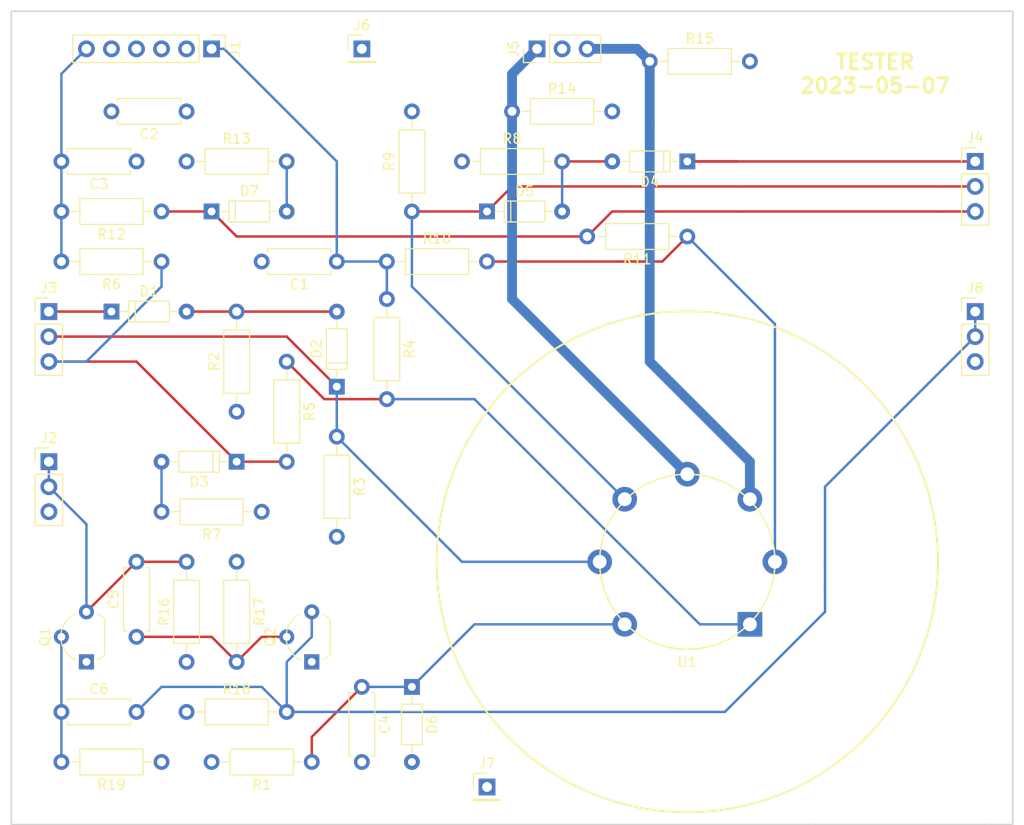
<source format=kicad_pcb>
(kicad_pcb (version 4) (host pcbnew 4.0.6)
  (layers (0 F.Cu signal) (1 In1.Cu power hide) (2 In2.Cu power hide) (31 B.Cu signal) (34 B.Paste user) (35 F.Paste user) (36 B.SilkS user) (37 F.SilkS user) (38 B.Mask user) (39 F.Mask user) (44 Edge.Cuts user))
  (net 0 "")
  (net 1 /+5V)
  (net 2 GND)
  (net 3 /+3V)
  (net 4 "Net-(D1-Pad1)")
  (net 5 "Net-(D1-Pad2)")
  (net 6 "Net-(D3-Pad1)")
  (net 7 "Net-(D3-Pad2)")
  (net 8 "Net-(R4-Pad2)")
  (net 9 "Net-(R10-Pad2)")
  (net 10 /+120V)
  (net 11 /-96V)
  (net 12 "Net-(D2-Pad1)")
  (net 13 "Net-(D4-Pad1)")
  (net 14 "Net-(D4-Pad2)")
  (net 15 "Net-(D5-Pad1)")
  (net 16 "Net-(D7-Pad1)")
  (net 17 "Net-(D7-Pad2)")
  (net 18 "Net-(J6-Pad1)")
  (net 19 /VF1)
  (net 20 /VF2)
  (net 21 "Net-(C5-Pad1)")
  (net 22 "Net-(C5-Pad2)")
  (net 23 "Net-(C6-Pad1)")
  (net 24 "Net-(C6-Pad2)")
  (module footlibrary:C_Axial_0.1uF (layer F.Cu) (at 33.02 25.4 180)
    (fp_text reference C1 (at 3.81 -2.31 180) (layer F.SilkS))
    (fp_text value 0.1u)
    (fp_line (start 0.6 -0.98) (end 0.6 -1.31) (layer F.SilkS) (width 0.12))
    (fp_line (start 0.6 -1.31) (end 7.02 -1.31) (layer F.SilkS) (width 0.12))
    (fp_line (start 7.02 -1.31) (end 7.02 -0.98) (layer F.SilkS) (width 0.12))
    (fp_line (start 0.6 0.98) (end 0.6 1.31) (layer F.SilkS) (width 0.12))
    (fp_line (start 0.6 1.31) (end 7.02 1.31) (layer F.SilkS) (width 0.12))
    (fp_line (start 7.02 1.31) (end 7.02 0.98) (layer F.SilkS) (width 0.12))
    (pad 1 thru_hole circle (at 0 0 180) (size 1.6 1.6) (drill 0.9) (layers *.Cu *.Mask) (net 10 /+120V))
    (pad 2 thru_hole oval (at 7.62 0 180) (size 1.6 1.6) (drill 0.9) (layers *.Cu *.Mask) (net 2 GND))
  )
  (module footlibrary:C_Axial_0.1uF (layer F.Cu) (at 17.78 10.16 180)
    (fp_text reference C2 (at 3.81 -2.31 180) (layer F.SilkS))
    (fp_text value 0.1u)
    (fp_line (start 0.6 -0.98) (end 0.6 -1.31) (layer F.SilkS) (width 0.12))
    (fp_line (start 0.6 -1.31) (end 7.02 -1.31) (layer F.SilkS) (width 0.12))
    (fp_line (start 7.02 -1.31) (end 7.02 -0.98) (layer F.SilkS) (width 0.12))
    (fp_line (start 0.6 0.98) (end 0.6 1.31) (layer F.SilkS) (width 0.12))
    (fp_line (start 0.6 1.31) (end 7.02 1.31) (layer F.SilkS) (width 0.12))
    (fp_line (start 7.02 1.31) (end 7.02 0.98) (layer F.SilkS) (width 0.12))
    (pad 1 thru_hole circle (at 0 0 180) (size 1.6 1.6) (drill 0.9) (layers *.Cu *.Mask) (net 1 /+5V))
    (pad 2 thru_hole oval (at 7.62 0 180) (size 1.6 1.6) (drill 0.9) (layers *.Cu *.Mask) (net 2 GND))
  )
  (module footlibrary:C_Axial_0.1uF (layer F.Cu) (at 12.7 15.24 180)
    (fp_text reference C3 (at 3.81 -2.31 180) (layer F.SilkS))
    (fp_text value 0.1u)
    (fp_line (start 0.6 -0.98) (end 0.6 -1.31) (layer F.SilkS) (width 0.12))
    (fp_line (start 0.6 -1.31) (end 7.02 -1.31) (layer F.SilkS) (width 0.12))
    (fp_line (start 7.02 -1.31) (end 7.02 -0.98) (layer F.SilkS) (width 0.12))
    (fp_line (start 0.6 0.98) (end 0.6 1.31) (layer F.SilkS) (width 0.12))
    (fp_line (start 0.6 1.31) (end 7.02 1.31) (layer F.SilkS) (width 0.12))
    (fp_line (start 7.02 1.31) (end 7.02 0.98) (layer F.SilkS) (width 0.12))
    (pad 1 thru_hole circle (at 0 0 180) (size 1.6 1.6) (drill 0.9) (layers *.Cu *.Mask) (net 2 GND))
    (pad 2 thru_hole oval (at 7.62 0 180) (size 1.6 1.6) (drill 0.9) (layers *.Cu *.Mask) (net 11 /-96V))
  )
  (module footlibrary:C_Axial_0.1uF (layer F.Cu) (at 35.56 68.58 270)
    (fp_text reference C4 (at 3.81 -2.31 270) (layer F.SilkS))
    (fp_text value 0.1u)
    (fp_line (start 0.6 -0.98) (end 0.6 -1.31) (layer F.SilkS) (width 0.12))
    (fp_line (start 0.6 -1.31) (end 7.02 -1.31) (layer F.SilkS) (width 0.12))
    (fp_line (start 7.02 -1.31) (end 7.02 -0.98) (layer F.SilkS) (width 0.12))
    (fp_line (start 0.6 0.98) (end 0.6 1.31) (layer F.SilkS) (width 0.12))
    (fp_line (start 0.6 1.31) (end 7.02 1.31) (layer F.SilkS) (width 0.12))
    (fp_line (start 7.02 1.31) (end 7.02 0.98) (layer F.SilkS) (width 0.12))
    (pad 1 thru_hole circle (at 0 0 270) (size 1.6 1.6) (drill 0.9) (layers *.Cu *.Mask) (net 3 /+3V))
    (pad 2 thru_hole oval (at 7.62 0 270) (size 1.6 1.6) (drill 0.9) (layers *.Cu *.Mask) (net 2 GND))
  )
  (module Diodes_THT:D_DO-35_SOD27_P7.62mm_Horizontal (layer F.Cu) (at 10.16 30.48)
    (fp_text reference D1 (at 3.81 -2.06) (layer F.SilkS))
    (fp_text value 1N4148)
    (fp_line (start 1.75 -1.06) (end 1.75 1.06) (layer F.SilkS) (width 0.12))
    (fp_line (start 1.75 1.06) (end 5.87 1.06) (layer F.SilkS) (width 0.12))
    (fp_line (start 5.87 1.06) (end 5.87 -1.06) (layer F.SilkS) (width 0.12))
    (fp_line (start 5.87 -1.06) (end 1.75 -1.06) (layer F.SilkS) (width 0.12))
    (fp_line (start 0.98 0) (end 1.75 0) (layer F.SilkS) (width 0.12))
    (fp_line (start 6.64 0) (end 5.87 0) (layer F.SilkS) (width 0.12))
    (fp_line (start 2.41 -1.06) (end 2.41 1.06) (layer F.SilkS) (width 0.12))
    (pad 1 thru_hole rect (at 0 0) (size 1.6 1.6) (drill 0.8) (layers *.Cu *.Mask) (net 4 "Net-(D1-Pad1)"))
    (pad 2 thru_hole oval (at 7.62 0) (size 1.6 1.6) (drill 0.8) (layers *.Cu *.Mask) (net 5 "Net-(D1-Pad2)"))
  )
  (module Diodes_THT:D_DO-35_SOD27_P7.62mm_Horizontal (layer F.Cu) (at 33.02 38.1 90)
    (fp_text reference D2 (at 3.81 -2.06 90) (layer F.SilkS))
    (fp_text value 1N4148)
    (fp_line (start 1.75 -1.06) (end 1.75 1.06) (layer F.SilkS) (width 0.12))
    (fp_line (start 1.75 1.06) (end 5.87 1.06) (layer F.SilkS) (width 0.12))
    (fp_line (start 5.87 1.06) (end 5.87 -1.06) (layer F.SilkS) (width 0.12))
    (fp_line (start 5.87 -1.06) (end 1.75 -1.06) (layer F.SilkS) (width 0.12))
    (fp_line (start 0.98 0) (end 1.75 0) (layer F.SilkS) (width 0.12))
    (fp_line (start 6.64 0) (end 5.87 0) (layer F.SilkS) (width 0.12))
    (fp_line (start 2.41 -1.06) (end 2.41 1.06) (layer F.SilkS) (width 0.12))
    (pad 1 thru_hole rect (at 0 0 90) (size 1.6 1.6) (drill 0.8) (layers *.Cu *.Mask) (net 12 "Net-(D2-Pad1)"))
    (pad 2 thru_hole oval (at 7.62 0 90) (size 1.6 1.6) (drill 0.8) (layers *.Cu *.Mask) (net 5 "Net-(D1-Pad2)"))
  )
  (module Diodes_THT:D_DO-35_SOD27_P7.62mm_Horizontal (layer F.Cu) (at 22.86 45.72 180)
    (fp_text reference D3 (at 3.81 -2.06 180) (layer F.SilkS))
    (fp_text value 1N4148)
    (fp_line (start 1.75 -1.06) (end 1.75 1.06) (layer F.SilkS) (width 0.12))
    (fp_line (start 1.75 1.06) (end 5.87 1.06) (layer F.SilkS) (width 0.12))
    (fp_line (start 5.87 1.06) (end 5.87 -1.06) (layer F.SilkS) (width 0.12))
    (fp_line (start 5.87 -1.06) (end 1.75 -1.06) (layer F.SilkS) (width 0.12))
    (fp_line (start 0.98 0) (end 1.75 0) (layer F.SilkS) (width 0.12))
    (fp_line (start 6.64 0) (end 5.87 0) (layer F.SilkS) (width 0.12))
    (fp_line (start 2.41 -1.06) (end 2.41 1.06) (layer F.SilkS) (width 0.12))
    (pad 1 thru_hole rect (at 0 0 180) (size 1.6 1.6) (drill 0.8) (layers *.Cu *.Mask) (net 6 "Net-(D3-Pad1)"))
    (pad 2 thru_hole oval (at 7.62 0 180) (size 1.6 1.6) (drill 0.8) (layers *.Cu *.Mask) (net 7 "Net-(D3-Pad2)"))
  )
  (module Pin_Headers:Pin_Header_Straight_1x03_Pitch2.54mm (layer F.Cu) (at 3.81 30.48)
    (fp_text reference J3 (at 0 -2.39) (layer F.SilkS))
    (fp_text value CONN_01X03)
    (fp_line (start -1.39 1.27) (end -1.39 6.47) (layer F.SilkS) (width 0.12))
    (fp_line (start -1.39 6.47) (end 1.39 6.47) (layer F.SilkS) (width 0.12))
    (fp_line (start 1.39 6.47) (end 1.39 1.27) (layer F.SilkS) (width 0.12))
    (fp_line (start 1.39 1.27) (end -1.39 1.27) (layer F.SilkS) (width 0.12))
    (fp_line (start -1.39 0) (end -1.39 -1.39) (layer F.SilkS) (width 0.12))
    (fp_line (start -1.39 -1.39) (end 0 -1.39) (layer F.SilkS) (width 0.12))
    (pad 1 thru_hole rect (at 0 0) (size 1.7 1.7) (drill 1) (layers *.Cu *.Mask) (net 4 "Net-(D1-Pad1)"))
    (pad 2 thru_hole oval (at 0 2.54) (size 1.7 1.7) (drill 1) (layers *.Cu *.Mask) (net 12 "Net-(D2-Pad1)"))
    (pad 3 thru_hole oval (at 0 5.08) (size 1.7 1.7) (drill 1) (layers *.Cu *.Mask) (net 6 "Net-(D3-Pad1)"))
  )
  (module Pin_Headers:Pin_Header_Straight_1x03_Pitch2.54mm (layer F.Cu) (at 97.79 15.24)
    (fp_text reference J4 (at 0 -2.39) (layer F.SilkS))
    (fp_text value CONN_01X03)
    (fp_line (start -1.39 1.27) (end -1.39 6.47) (layer F.SilkS) (width 0.12))
    (fp_line (start -1.39 6.47) (end 1.39 6.47) (layer F.SilkS) (width 0.12))
    (fp_line (start 1.39 6.47) (end 1.39 1.27) (layer F.SilkS) (width 0.12))
    (fp_line (start 1.39 1.27) (end -1.39 1.27) (layer F.SilkS) (width 0.12))
    (fp_line (start -1.39 0) (end -1.39 -1.39) (layer F.SilkS) (width 0.12))
    (fp_line (start -1.39 -1.39) (end 0 -1.39) (layer F.SilkS) (width 0.12))
    (pad 1 thru_hole rect (at 0 0) (size 1.7 1.7) (drill 1) (layers *.Cu *.Mask) (net 13 "Net-(D4-Pad1)"))
    (pad 2 thru_hole oval (at 0 2.54) (size 1.7 1.7) (drill 1) (layers *.Cu *.Mask) (net 15 "Net-(D5-Pad1)"))
    (pad 3 thru_hole oval (at 0 5.08) (size 1.7 1.7) (drill 1) (layers *.Cu *.Mask) (net 16 "Net-(D7-Pad1)"))
  )
  (module Pin_Headers:Pin_Header_Straight_1x03_Pitch2.54mm (layer F.Cu) (at 53.34 3.81 90)
    (fp_text reference J5 (at 0 -2.39 90) (layer F.SilkS))
    (fp_text value CONN_01X03)
    (fp_line (start -1.39 1.27) (end -1.39 6.47) (layer F.SilkS) (width 0.12))
    (fp_line (start -1.39 6.47) (end 1.39 6.47) (layer F.SilkS) (width 0.12))
    (fp_line (start 1.39 6.47) (end 1.39 1.27) (layer F.SilkS) (width 0.12))
    (fp_line (start 1.39 1.27) (end -1.39 1.27) (layer F.SilkS) (width 0.12))
    (fp_line (start -1.39 0) (end -1.39 -1.39) (layer F.SilkS) (width 0.12))
    (fp_line (start -1.39 -1.39) (end 0 -1.39) (layer F.SilkS) (width 0.12))
    (pad 1 thru_hole rect (at 0 0 90) (size 1.7 1.7) (drill 1) (layers *.Cu *.Mask) (net 19 /VF1))
    (pad 2 thru_hole oval (at 0 2.54 90) (size 1.7 1.7) (drill 1) (layers *.Cu *.Mask) (net 2 GND))
    (pad 3 thru_hole oval (at 0 5.08 90) (size 1.7 1.7) (drill 1) (layers *.Cu *.Mask) (net 20 /VF2))
  )
  (module Pin_Headers:Pin_Header_Straight_1x01_Pitch2.54mm (layer F.Cu) (at 35.56 3.81)
    (fp_text reference J6 (at 0 -2.39) (layer F.SilkS))
    (fp_text value CONN_01X01)
    (fp_line (start -1.39 1.27) (end -1.39 1.39) (layer F.SilkS) (width 0.12))
    (fp_line (start -1.39 1.39) (end 1.39 1.39) (layer F.SilkS) (width 0.12))
    (fp_line (start 1.39 1.39) (end 1.39 1.27) (layer F.SilkS) (width 0.12))
    (fp_line (start 1.39 1.27) (end -1.39 1.27) (layer F.SilkS) (width 0.12))
    (fp_line (start -1.39 0) (end -1.39 -1.39) (layer F.SilkS) (width 0.12))
    (fp_line (start -1.39 -1.39) (end 0 -1.39) (layer F.SilkS) (width 0.12))
    (pad 1 thru_hole rect (at 0 0) (size 1.7 1.7) (drill 1) (layers *.Cu *.Mask) (net 18 "Net-(J6-Pad1)"))
  )
  (module Pin_Headers:Pin_Header_Straight_1x01_Pitch2.54mm (layer F.Cu) (at 48.26 78.74)
    (fp_text reference J7 (at 0 -2.39) (layer F.SilkS))
    (fp_text value CONN_01X01)
    (fp_line (start -1.39 1.27) (end -1.39 1.39) (layer F.SilkS) (width 0.12))
    (fp_line (start -1.39 1.39) (end 1.39 1.39) (layer F.SilkS) (width 0.12))
    (fp_line (start 1.39 1.39) (end 1.39 1.27) (layer F.SilkS) (width 0.12))
    (fp_line (start 1.39 1.27) (end -1.39 1.27) (layer F.SilkS) (width 0.12))
    (fp_line (start -1.39 0) (end -1.39 -1.39) (layer F.SilkS) (width 0.12))
    (fp_line (start -1.39 -1.39) (end 0 -1.39) (layer F.SilkS) (width 0.12))
    (pad 1 thru_hole rect (at 0 0) (size 1.7 1.7) (drill 1) (layers *.Cu *.Mask) (net 2 GND))
  )
  (module footlibrary:R_Axial_QtrWatt (layer F.Cu) (at 30.48 76.2 180)
    (fp_text reference R1 (at 5.08 -2.31 180) (layer F.SilkS))
    (fp_text value 220)
    (fp_line (start 1.87 -1.31) (end 1.87 1.31) (layer F.SilkS) (width 0.12))
    (fp_line (start 1.87 1.31) (end 8.29 1.31) (layer F.SilkS) (width 0.12))
    (fp_line (start 8.29 1.31) (end 8.29 -1.31) (layer F.SilkS) (width 0.12))
    (fp_line (start 8.29 -1.31) (end 1.87 -1.31) (layer F.SilkS) (width 0.12))
    (fp_line (start 0.98 0) (end 1.87 0) (layer F.SilkS) (width 0.12))
    (fp_line (start 9.18 0) (end 8.29 0) (layer F.SilkS) (width 0.12))
    (pad 1 thru_hole circle (at 0 0 180) (size 1.6 1.6) (drill 0.9) (layers *.Cu *.Mask) (net 3 /+3V))
    (pad 2 thru_hole oval (at 10.16 0 180) (size 1.6 1.6) (drill 0.9) (layers *.Cu *.Mask) (net 1 /+5V))
  )
  (module footlibrary:R_Axial_QtrWatt (layer F.Cu) (at 22.86 40.64 90)
    (fp_text reference R2 (at 5.08 -2.31 90) (layer F.SilkS))
    (fp_text value 47K)
    (fp_line (start 1.87 -1.31) (end 1.87 1.31) (layer F.SilkS) (width 0.12))
    (fp_line (start 1.87 1.31) (end 8.29 1.31) (layer F.SilkS) (width 0.12))
    (fp_line (start 8.29 1.31) (end 8.29 -1.31) (layer F.SilkS) (width 0.12))
    (fp_line (start 8.29 -1.31) (end 1.87 -1.31) (layer F.SilkS) (width 0.12))
    (fp_line (start 0.98 0) (end 1.87 0) (layer F.SilkS) (width 0.12))
    (fp_line (start 9.18 0) (end 8.29 0) (layer F.SilkS) (width 0.12))
    (pad 1 thru_hole circle (at 0 0 90) (size 1.6 1.6) (drill 0.9) (layers *.Cu *.Mask) (net 1 /+5V))
    (pad 2 thru_hole oval (at 10.16 0 90) (size 1.6 1.6) (drill 0.9) (layers *.Cu *.Mask) (net 5 "Net-(D1-Pad2)"))
  )
  (module footlibrary:R_Axial_QtrWatt (layer F.Cu) (at 33.02 43.18 270)
    (fp_text reference R3 (at 5.08 -2.31 270) (layer F.SilkS))
    (fp_text value 150K)
    (fp_line (start 1.87 -1.31) (end 1.87 1.31) (layer F.SilkS) (width 0.12))
    (fp_line (start 1.87 1.31) (end 8.29 1.31) (layer F.SilkS) (width 0.12))
    (fp_line (start 8.29 1.31) (end 8.29 -1.31) (layer F.SilkS) (width 0.12))
    (fp_line (start 8.29 -1.31) (end 1.87 -1.31) (layer F.SilkS) (width 0.12))
    (fp_line (start 0.98 0) (end 1.87 0) (layer F.SilkS) (width 0.12))
    (fp_line (start 9.18 0) (end 8.29 0) (layer F.SilkS) (width 0.12))
    (pad 1 thru_hole circle (at 0 0 270) (size 1.6 1.6) (drill 0.9) (layers *.Cu *.Mask) (net 12 "Net-(D2-Pad1)"))
    (pad 2 thru_hole oval (at 10.16 0 270) (size 1.6 1.6) (drill 0.9) (layers *.Cu *.Mask) (net 2 GND))
  )
  (module footlibrary:R_Axial_QtrWatt (layer F.Cu) (at 38.1 29.21 270)
    (fp_text reference R4 (at 5.08 -2.31 270) (layer F.SilkS))
    (fp_text value 26.7K)
    (fp_line (start 1.87 -1.31) (end 1.87 1.31) (layer F.SilkS) (width 0.12))
    (fp_line (start 1.87 1.31) (end 8.29 1.31) (layer F.SilkS) (width 0.12))
    (fp_line (start 8.29 1.31) (end 8.29 -1.31) (layer F.SilkS) (width 0.12))
    (fp_line (start 8.29 -1.31) (end 1.87 -1.31) (layer F.SilkS) (width 0.12))
    (fp_line (start 0.98 0) (end 1.87 0) (layer F.SilkS) (width 0.12))
    (fp_line (start 9.18 0) (end 8.29 0) (layer F.SilkS) (width 0.12))
    (pad 1 thru_hole circle (at 0 0 270) (size 1.6 1.6) (drill 0.9) (layers *.Cu *.Mask) (net 10 /+120V))
    (pad 2 thru_hole oval (at 10.16 0 270) (size 1.6 1.6) (drill 0.9) (layers *.Cu *.Mask) (net 8 "Net-(R4-Pad2)"))
  )
  (module footlibrary:R_Axial_QtrWatt (layer F.Cu) (at 27.94 35.56 270)
    (fp_text reference R5 (at 5.08 -2.31 270) (layer F.SilkS))
    (fp_text value 26.7K)
    (fp_line (start 1.87 -1.31) (end 1.87 1.31) (layer F.SilkS) (width 0.12))
    (fp_line (start 1.87 1.31) (end 8.29 1.31) (layer F.SilkS) (width 0.12))
    (fp_line (start 8.29 1.31) (end 8.29 -1.31) (layer F.SilkS) (width 0.12))
    (fp_line (start 8.29 -1.31) (end 1.87 -1.31) (layer F.SilkS) (width 0.12))
    (fp_line (start 0.98 0) (end 1.87 0) (layer F.SilkS) (width 0.12))
    (fp_line (start 9.18 0) (end 8.29 0) (layer F.SilkS) (width 0.12))
    (pad 1 thru_hole circle (at 0 0 270) (size 1.6 1.6) (drill 0.9) (layers *.Cu *.Mask) (net 8 "Net-(R4-Pad2)"))
    (pad 2 thru_hole oval (at 10.16 0 270) (size 1.6 1.6) (drill 0.9) (layers *.Cu *.Mask) (net 6 "Net-(D3-Pad1)"))
  )
  (module footlibrary:R_Axial_QtrWatt (layer F.Cu) (at 15.24 25.4 180)
    (fp_text reference R6 (at 5.08 -2.31 180) (layer F.SilkS))
    (fp_text value 46.4K)
    (fp_line (start 1.87 -1.31) (end 1.87 1.31) (layer F.SilkS) (width 0.12))
    (fp_line (start 1.87 1.31) (end 8.29 1.31) (layer F.SilkS) (width 0.12))
    (fp_line (start 8.29 1.31) (end 8.29 -1.31) (layer F.SilkS) (width 0.12))
    (fp_line (start 8.29 -1.31) (end 1.87 -1.31) (layer F.SilkS) (width 0.12))
    (fp_line (start 0.98 0) (end 1.87 0) (layer F.SilkS) (width 0.12))
    (fp_line (start 9.18 0) (end 8.29 0) (layer F.SilkS) (width 0.12))
    (pad 1 thru_hole circle (at 0 0 180) (size 1.6 1.6) (drill 0.9) (layers *.Cu *.Mask) (net 6 "Net-(D3-Pad1)"))
    (pad 2 thru_hole oval (at 10.16 0 180) (size 1.6 1.6) (drill 0.9) (layers *.Cu *.Mask) (net 11 /-96V))
  )
  (module footlibrary:R_Axial_QtrWatt (layer F.Cu) (at 25.4 50.8 180)
    (fp_text reference R7 (at 5.08 -2.31 180) (layer F.SilkS))
    (fp_text value 4.7K)
    (fp_line (start 1.87 -1.31) (end 1.87 1.31) (layer F.SilkS) (width 0.12))
    (fp_line (start 1.87 1.31) (end 8.29 1.31) (layer F.SilkS) (width 0.12))
    (fp_line (start 8.29 1.31) (end 8.29 -1.31) (layer F.SilkS) (width 0.12))
    (fp_line (start 8.29 -1.31) (end 1.87 -1.31) (layer F.SilkS) (width 0.12))
    (fp_line (start 0.98 0) (end 1.87 0) (layer F.SilkS) (width 0.12))
    (fp_line (start 9.18 0) (end 8.29 0) (layer F.SilkS) (width 0.12))
    (pad 1 thru_hole circle (at 0 0 180) (size 1.6 1.6) (drill 0.9) (layers *.Cu *.Mask) (net 1 /+5V))
    (pad 2 thru_hole oval (at 10.16 0 180) (size 1.6 1.6) (drill 0.9) (layers *.Cu *.Mask) (net 7 "Net-(D3-Pad2)"))
  )
  (module footlibrary:R_Axial_QtrWatt (layer F.Cu) (at 45.72 15.24)
    (fp_text reference R8 (at 5.08 -2.31) (layer F.SilkS))
    (fp_text value 47K)
    (fp_line (start 1.87 -1.31) (end 1.87 1.31) (layer F.SilkS) (width 0.12))
    (fp_line (start 1.87 1.31) (end 8.29 1.31) (layer F.SilkS) (width 0.12))
    (fp_line (start 8.29 1.31) (end 8.29 -1.31) (layer F.SilkS) (width 0.12))
    (fp_line (start 8.29 -1.31) (end 1.87 -1.31) (layer F.SilkS) (width 0.12))
    (fp_line (start 0.98 0) (end 1.87 0) (layer F.SilkS) (width 0.12))
    (fp_line (start 9.18 0) (end 8.29 0) (layer F.SilkS) (width 0.12))
    (pad 1 thru_hole circle (at 0 0) (size 1.6 1.6) (drill 0.9) (layers *.Cu *.Mask) (net 1 /+5V))
    (pad 2 thru_hole oval (at 10.16 0) (size 1.6 1.6) (drill 0.9) (layers *.Cu *.Mask) (net 14 "Net-(D4-Pad2)"))
  )
  (module footlibrary:R_Axial_QtrWatt (layer F.Cu) (at 40.64 20.32 90)
    (fp_text reference R9 (at 5.08 -2.31 90) (layer F.SilkS))
    (fp_text value 150K)
    (fp_line (start 1.87 -1.31) (end 1.87 1.31) (layer F.SilkS) (width 0.12))
    (fp_line (start 1.87 1.31) (end 8.29 1.31) (layer F.SilkS) (width 0.12))
    (fp_line (start 8.29 1.31) (end 8.29 -1.31) (layer F.SilkS) (width 0.12))
    (fp_line (start 8.29 -1.31) (end 1.87 -1.31) (layer F.SilkS) (width 0.12))
    (fp_line (start 0.98 0) (end 1.87 0) (layer F.SilkS) (width 0.12))
    (fp_line (start 9.18 0) (end 8.29 0) (layer F.SilkS) (width 0.12))
    (pad 1 thru_hole circle (at 0 0 90) (size 1.6 1.6) (drill 0.9) (layers *.Cu *.Mask) (net 15 "Net-(D5-Pad1)"))
    (pad 2 thru_hole oval (at 10.16 0 90) (size 1.6 1.6) (drill 0.9) (layers *.Cu *.Mask) (net 2 GND))
  )
  (module footlibrary:R_Axial_QtrWatt (layer F.Cu) (at 38.1 25.4)
    (fp_text reference R10 (at 5.08 -2.31) (layer F.SilkS))
    (fp_text value 26.7K)
    (fp_line (start 1.87 -1.31) (end 1.87 1.31) (layer F.SilkS) (width 0.12))
    (fp_line (start 1.87 1.31) (end 8.29 1.31) (layer F.SilkS) (width 0.12))
    (fp_line (start 8.29 1.31) (end 8.29 -1.31) (layer F.SilkS) (width 0.12))
    (fp_line (start 8.29 -1.31) (end 1.87 -1.31) (layer F.SilkS) (width 0.12))
    (fp_line (start 0.98 0) (end 1.87 0) (layer F.SilkS) (width 0.12))
    (fp_line (start 9.18 0) (end 8.29 0) (layer F.SilkS) (width 0.12))
    (pad 1 thru_hole circle (at 0 0) (size 1.6 1.6) (drill 0.9) (layers *.Cu *.Mask) (net 10 /+120V))
    (pad 2 thru_hole oval (at 10.16 0) (size 1.6 1.6) (drill 0.9) (layers *.Cu *.Mask) (net 9 "Net-(R10-Pad2)"))
  )
  (module footlibrary:R_Axial_QtrWatt (layer F.Cu) (at 68.58 22.86 180)
    (fp_text reference R11 (at 5.08 -2.31 180) (layer F.SilkS))
    (fp_text value 26.7K)
    (fp_line (start 1.87 -1.31) (end 1.87 1.31) (layer F.SilkS) (width 0.12))
    (fp_line (start 1.87 1.31) (end 8.29 1.31) (layer F.SilkS) (width 0.12))
    (fp_line (start 8.29 1.31) (end 8.29 -1.31) (layer F.SilkS) (width 0.12))
    (fp_line (start 8.29 -1.31) (end 1.87 -1.31) (layer F.SilkS) (width 0.12))
    (fp_line (start 0.98 0) (end 1.87 0) (layer F.SilkS) (width 0.12))
    (fp_line (start 9.18 0) (end 8.29 0) (layer F.SilkS) (width 0.12))
    (pad 1 thru_hole circle (at 0 0 180) (size 1.6 1.6) (drill 0.9) (layers *.Cu *.Mask) (net 9 "Net-(R10-Pad2)"))
    (pad 2 thru_hole oval (at 10.16 0 180) (size 1.6 1.6) (drill 0.9) (layers *.Cu *.Mask) (net 16 "Net-(D7-Pad1)"))
  )
  (module footlibrary:B7G-0.7dia (layer F.Cu) (at 68.58 55.88)
    (fp_text reference U1 (at 0 10.16) (layer F.SilkS))
    (fp_text value 6J6)
    (fp_circle (center 0 0) (end 8.89 0) (layer F.SilkS) (width 0.15))
    (pad 2 thru_hole circle (at 8.89 0) (size 2.5 2.5) (drill 1.4) (layers *.Cu *.Paste *.Mask) (net 9 "Net-(R10-Pad2)"))
    (pad 6 thru_hole circle (at -8.89 0) (size 2.5 2.5) (drill 1.4) (layers *.Cu *.Paste *.Mask) (net 12 "Net-(D2-Pad1)"))
    (pad 4 thru_hole circle (at 0 -8.89) (size 2.5 2.5) (drill 1.4) (layers *.Cu *.Paste *.Mask) (net 19 /VF1))
    (pad 1 thru_hole rect (at 6.35 6.35) (size 2.5 2.5) (drill 1.4) (layers *.Cu *.Paste *.Mask) (net 8 "Net-(R4-Pad2)"))
    (pad 3 thru_hole circle (at 6.35 -6.35) (size 2.5 2.5) (drill 1.4) (layers *.Cu *.Paste *.Mask) (net 20 /VF2))
    (pad 5 thru_hole circle (at -6.35 -6.35) (size 2.5 2.5) (drill 1.4) (layers *.Cu *.Paste *.Mask) (net 15 "Net-(D5-Pad1)"))
    (pad 7 thru_hole circle (at -6.35 6.35) (size 2.5 2.5) (drill 1.4) (layers *.Cu *.Paste *.Mask) (net 3 /+3V))
  )
  (module Diodes_THT:D_DO-35_SOD27_P7.62mm_Horizontal (layer F.Cu) (at 68.58 15.24 180)
    (fp_text reference D4 (at 3.81 -2.06 180) (layer F.SilkS))
    (fp_text value 1N4148)
    (fp_line (start 1.75 -1.06) (end 1.75 1.06) (layer F.SilkS) (width 0.12))
    (fp_line (start 1.75 1.06) (end 5.87 1.06) (layer F.SilkS) (width 0.12))
    (fp_line (start 5.87 1.06) (end 5.87 -1.06) (layer F.SilkS) (width 0.12))
    (fp_line (start 5.87 -1.06) (end 1.75 -1.06) (layer F.SilkS) (width 0.12))
    (fp_line (start 0.98 0) (end 1.75 0) (layer F.SilkS) (width 0.12))
    (fp_line (start 6.64 0) (end 5.87 0) (layer F.SilkS) (width 0.12))
    (fp_line (start 2.41 -1.06) (end 2.41 1.06) (layer F.SilkS) (width 0.12))
    (pad 1 thru_hole rect (at 0 0 180) (size 1.6 1.6) (drill 0.8) (layers *.Cu *.Mask) (net 13 "Net-(D4-Pad1)"))
    (pad 2 thru_hole oval (at 7.62 0 180) (size 1.6 1.6) (drill 0.8) (layers *.Cu *.Mask) (net 14 "Net-(D4-Pad2)"))
  )
  (module Diodes_THT:D_DO-35_SOD27_P7.62mm_Horizontal (layer F.Cu) (at 48.26 20.32)
    (fp_text reference D5 (at 3.81 -2.06) (layer F.SilkS))
    (fp_text value 1N4148)
    (fp_line (start 1.75 -1.06) (end 1.75 1.06) (layer F.SilkS) (width 0.12))
    (fp_line (start 1.75 1.06) (end 5.87 1.06) (layer F.SilkS) (width 0.12))
    (fp_line (start 5.87 1.06) (end 5.87 -1.06) (layer F.SilkS) (width 0.12))
    (fp_line (start 5.87 -1.06) (end 1.75 -1.06) (layer F.SilkS) (width 0.12))
    (fp_line (start 0.98 0) (end 1.75 0) (layer F.SilkS) (width 0.12))
    (fp_line (start 6.64 0) (end 5.87 0) (layer F.SilkS) (width 0.12))
    (fp_line (start 2.41 -1.06) (end 2.41 1.06) (layer F.SilkS) (width 0.12))
    (pad 1 thru_hole rect (at 0 0) (size 1.6 1.6) (drill 0.8) (layers *.Cu *.Mask) (net 15 "Net-(D5-Pad1)"))
    (pad 2 thru_hole oval (at 7.62 0) (size 1.6 1.6) (drill 0.8) (layers *.Cu *.Mask) (net 14 "Net-(D4-Pad2)"))
  )
  (module Diodes_THT:D_DO-35_SOD27_P7.62mm_Horizontal (layer F.Cu) (at 40.64 68.58 270)
    (fp_text reference D6 (at 3.81 -2.06 270) (layer F.SilkS))
    (fp_text value 3.0V)
    (fp_line (start 1.75 -1.06) (end 1.75 1.06) (layer F.SilkS) (width 0.12))
    (fp_line (start 1.75 1.06) (end 5.87 1.06) (layer F.SilkS) (width 0.12))
    (fp_line (start 5.87 1.06) (end 5.87 -1.06) (layer F.SilkS) (width 0.12))
    (fp_line (start 5.87 -1.06) (end 1.75 -1.06) (layer F.SilkS) (width 0.12))
    (fp_line (start 0.98 0) (end 1.75 0) (layer F.SilkS) (width 0.12))
    (fp_line (start 6.64 0) (end 5.87 0) (layer F.SilkS) (width 0.12))
    (fp_line (start 2.41 -1.06) (end 2.41 1.06) (layer F.SilkS) (width 0.12))
    (pad 1 thru_hole rect (at 0 0 270) (size 1.6 1.6) (drill 0.8) (layers *.Cu *.Mask) (net 3 /+3V))
    (pad 2 thru_hole oval (at 7.62 0 270) (size 1.6 1.6) (drill 0.8) (layers *.Cu *.Mask) (net 2 GND))
  )
  (module Diodes_THT:D_DO-35_SOD27_P7.62mm_Horizontal (layer F.Cu) (at 20.32 20.32)
    (fp_text reference D7 (at 3.81 -2.06) (layer F.SilkS))
    (fp_text value 1N4148)
    (fp_line (start 1.75 -1.06) (end 1.75 1.06) (layer F.SilkS) (width 0.12))
    (fp_line (start 1.75 1.06) (end 5.87 1.06) (layer F.SilkS) (width 0.12))
    (fp_line (start 5.87 1.06) (end 5.87 -1.06) (layer F.SilkS) (width 0.12))
    (fp_line (start 5.87 -1.06) (end 1.75 -1.06) (layer F.SilkS) (width 0.12))
    (fp_line (start 0.98 0) (end 1.75 0) (layer F.SilkS) (width 0.12))
    (fp_line (start 6.64 0) (end 5.87 0) (layer F.SilkS) (width 0.12))
    (fp_line (start 2.41 -1.06) (end 2.41 1.06) (layer F.SilkS) (width 0.12))
    (pad 1 thru_hole rect (at 0 0) (size 1.6 1.6) (drill 0.8) (layers *.Cu *.Mask) (net 16 "Net-(D7-Pad1)"))
    (pad 2 thru_hole oval (at 7.62 0) (size 1.6 1.6) (drill 0.8) (layers *.Cu *.Mask) (net 17 "Net-(D7-Pad2)"))
  )
  (module footlibrary:R_Axial_QtrWatt (layer F.Cu) (at 15.24 20.32 180)
    (fp_text reference R12 (at 5.08 -2.31 180) (layer F.SilkS))
    (fp_text value 46.4K)
    (fp_line (start 1.87 -1.31) (end 1.87 1.31) (layer F.SilkS) (width 0.12))
    (fp_line (start 1.87 1.31) (end 8.29 1.31) (layer F.SilkS) (width 0.12))
    (fp_line (start 8.29 1.31) (end 8.29 -1.31) (layer F.SilkS) (width 0.12))
    (fp_line (start 8.29 -1.31) (end 1.87 -1.31) (layer F.SilkS) (width 0.12))
    (fp_line (start 0.98 0) (end 1.87 0) (layer F.SilkS) (width 0.12))
    (fp_line (start 9.18 0) (end 8.29 0) (layer F.SilkS) (width 0.12))
    (pad 1 thru_hole circle (at 0 0 180) (size 1.6 1.6) (drill 0.9) (layers *.Cu *.Mask) (net 16 "Net-(D7-Pad1)"))
    (pad 2 thru_hole oval (at 10.16 0 180) (size 1.6 1.6) (drill 0.9) (layers *.Cu *.Mask) (net 11 /-96V))
  )
  (module footlibrary:R_Axial_QtrWatt (layer F.Cu) (at 17.78 15.24)
    (fp_text reference R13 (at 5.08 -2.31) (layer F.SilkS))
    (fp_text value 4.7K)
    (fp_line (start 1.87 -1.31) (end 1.87 1.31) (layer F.SilkS) (width 0.12))
    (fp_line (start 1.87 1.31) (end 8.29 1.31) (layer F.SilkS) (width 0.12))
    (fp_line (start 8.29 1.31) (end 8.29 -1.31) (layer F.SilkS) (width 0.12))
    (fp_line (start 8.29 -1.31) (end 1.87 -1.31) (layer F.SilkS) (width 0.12))
    (fp_line (start 0.98 0) (end 1.87 0) (layer F.SilkS) (width 0.12))
    (fp_line (start 9.18 0) (end 8.29 0) (layer F.SilkS) (width 0.12))
    (pad 1 thru_hole circle (at 0 0) (size 1.6 1.6) (drill 0.9) (layers *.Cu *.Mask) (net 1 /+5V))
    (pad 2 thru_hole oval (at 10.16 0) (size 1.6 1.6) (drill 0.9) (layers *.Cu *.Mask) (net 17 "Net-(D7-Pad2)"))
  )
  (module Pin_Headers:Pin_Header_Straight_1x06_Pitch2.54mm (layer F.Cu) (at 20.32 3.81 270)
    (fp_text reference J1 (at 0 -2.39 270) (layer F.SilkS))
    (fp_text value CONN_01X03)
    (fp_line (start -1.39 1.27) (end -1.39 14.09) (layer F.SilkS) (width 0.12))
    (fp_line (start -1.39 14.09) (end 1.39 14.09) (layer F.SilkS) (width 0.12))
    (fp_line (start 1.39 14.09) (end 1.39 1.27) (layer F.SilkS) (width 0.12))
    (fp_line (start 1.39 1.27) (end -1.39 1.27) (layer F.SilkS) (width 0.12))
    (fp_line (start -1.39 0) (end -1.39 -1.39) (layer F.SilkS) (width 0.12))
    (fp_line (start -1.39 -1.39) (end 0 -1.39) (layer F.SilkS) (width 0.12))
    (pad 1 thru_hole rect (at 0 0 270) (size 1.7 1.7) (drill 1) (layers *.Cu *.Mask) (net 10 /+120V))
    (pad 2 thru_hole oval (at 0 2.54 270) (size 1.7 1.7) (drill 1) (layers *.Cu *.Mask) (net 2 GND))
    (pad 3 thru_hole oval (at 0 5.08 270) (size 1.7 1.7) (drill 1) (layers *.Cu *.Mask) (net 1 /+5V))
    (pad 4 thru_hole oval (at 0 7.62 270) (size 1.7 1.7) (drill 1) (layers *.Cu *.Mask) (net 2 GND))
    (pad 5 thru_hole oval (at 0 10.16 270) (size 1.7 1.7) (drill 1) (layers *.Cu *.Mask) (net 2 GND))
    (pad 6 thru_hole oval (at 0 12.7 270) (size 1.7 1.7) (drill 1) (layers *.Cu *.Mask) (net 11 /-96V))
  )
  (module footlibrary:R_Axial_QtrWatt (layer F.Cu) (at 50.8 10.16)
    (fp_text reference R14 (at 5.08 -2.31) (layer F.SilkS))
    (fp_text value 10K)
    (fp_line (start 1.87 -1.31) (end 1.87 1.31) (layer F.SilkS) (width 0.12))
    (fp_line (start 1.87 1.31) (end 8.29 1.31) (layer F.SilkS) (width 0.12))
    (fp_line (start 8.29 1.31) (end 8.29 -1.31) (layer F.SilkS) (width 0.12))
    (fp_line (start 8.29 -1.31) (end 1.87 -1.31) (layer F.SilkS) (width 0.12))
    (fp_line (start 0.98 0) (end 1.87 0) (layer F.SilkS) (width 0.12))
    (fp_line (start 9.18 0) (end 8.29 0) (layer F.SilkS) (width 0.12))
    (pad 1 thru_hole circle (at 0 0) (size 1.6 1.6) (drill 0.9) (layers *.Cu *.Mask) (net 19 /VF1))
    (pad 2 thru_hole oval (at 10.16 0) (size 1.6 1.6) (drill 0.9) (layers *.Cu *.Mask) (net 2 GND))
  )
  (module footlibrary:R_Axial_QtrWatt (layer F.Cu) (at 64.77 5.08)
    (fp_text reference R15 (at 5.08 -2.31) (layer F.SilkS))
    (fp_text value 10K)
    (fp_line (start 1.87 -1.31) (end 1.87 1.31) (layer F.SilkS) (width 0.12))
    (fp_line (start 1.87 1.31) (end 8.29 1.31) (layer F.SilkS) (width 0.12))
    (fp_line (start 8.29 1.31) (end 8.29 -1.31) (layer F.SilkS) (width 0.12))
    (fp_line (start 8.29 -1.31) (end 1.87 -1.31) (layer F.SilkS) (width 0.12))
    (fp_line (start 0.98 0) (end 1.87 0) (layer F.SilkS) (width 0.12))
    (fp_line (start 9.18 0) (end 8.29 0) (layer F.SilkS) (width 0.12))
    (pad 1 thru_hole circle (at 0 0) (size 1.6 1.6) (drill 0.9) (layers *.Cu *.Mask) (net 20 /VF2))
    (pad 2 thru_hole oval (at 10.16 0) (size 1.6 1.6) (drill 0.9) (layers *.Cu *.Mask) (net 2 GND))
  )
  (module footlibrary:C_Axial_0.1uF (layer F.Cu) (at 12.7 63.5 90)
    (fp_text reference C5 (at 3.81 -2.31 90) (layer F.SilkS))
    (fp_text value 0.1u)
    (fp_line (start 0.6 -0.98) (end 0.6 -1.31) (layer F.SilkS) (width 0.12))
    (fp_line (start 0.6 -1.31) (end 7.02 -1.31) (layer F.SilkS) (width 0.12))
    (fp_line (start 7.02 -1.31) (end 7.02 -0.98) (layer F.SilkS) (width 0.12))
    (fp_line (start 0.6 0.98) (end 0.6 1.31) (layer F.SilkS) (width 0.12))
    (fp_line (start 0.6 1.31) (end 7.02 1.31) (layer F.SilkS) (width 0.12))
    (fp_line (start 7.02 1.31) (end 7.02 0.98) (layer F.SilkS) (width 0.12))
    (pad 1 thru_hole circle (at 0 0 90) (size 1.6 1.6) (drill 0.9) (layers *.Cu *.Mask) (net 21 "Net-(C5-Pad1)"))
    (pad 2 thru_hole oval (at 7.62 0 90) (size 1.6 1.6) (drill 0.9) (layers *.Cu *.Mask) (net 22 "Net-(C5-Pad2)"))
  )
  (module footlibrary:C_Axial_0.1uF (layer F.Cu) (at 5.08 71.12)
    (fp_text reference C6 (at 3.81 -2.31) (layer F.SilkS))
    (fp_text value 0.1u)
    (fp_line (start 0.6 -0.98) (end 0.6 -1.31) (layer F.SilkS) (width 0.12))
    (fp_line (start 0.6 -1.31) (end 7.02 -1.31) (layer F.SilkS) (width 0.12))
    (fp_line (start 7.02 -1.31) (end 7.02 -0.98) (layer F.SilkS) (width 0.12))
    (fp_line (start 0.6 0.98) (end 0.6 1.31) (layer F.SilkS) (width 0.12))
    (fp_line (start 0.6 1.31) (end 7.02 1.31) (layer F.SilkS) (width 0.12))
    (fp_line (start 7.02 1.31) (end 7.02 0.98) (layer F.SilkS) (width 0.12))
    (pad 1 thru_hole circle (at 0 0) (size 1.6 1.6) (drill 0.9) (layers *.Cu *.Mask) (net 23 "Net-(C6-Pad1)"))
    (pad 2 thru_hole oval (at 7.62 0) (size 1.6 1.6) (drill 0.9) (layers *.Cu *.Mask) (net 24 "Net-(C6-Pad2)"))
  )
  (module Pin_Headers:Pin_Header_Straight_1x03_Pitch2.54mm (layer F.Cu) (at 3.81 45.72)
    (fp_text reference J2 (at 0 -2.39) (layer F.SilkS))
    (fp_text value CONN_01X03)
    (fp_line (start -1.39 1.27) (end -1.39 6.47) (layer F.SilkS) (width 0.12))
    (fp_line (start -1.39 6.47) (end 1.39 6.47) (layer F.SilkS) (width 0.12))
    (fp_line (start 1.39 6.47) (end 1.39 1.27) (layer F.SilkS) (width 0.12))
    (fp_line (start 1.39 1.27) (end -1.39 1.27) (layer F.SilkS) (width 0.12))
    (fp_line (start -1.39 0) (end -1.39 -1.39) (layer F.SilkS) (width 0.12))
    (fp_line (start -1.39 -1.39) (end 0 -1.39) (layer F.SilkS) (width 0.12))
    (pad 1 thru_hole rect (at 0 0) (size 1.7 1.7) (drill 1) (layers *.Cu *.Mask) (net 22 "Net-(C5-Pad2)"))
    (pad 2 thru_hole oval (at 0 2.54) (size 1.7 1.7) (drill 1) (layers *.Cu *.Mask) (net 22 "Net-(C5-Pad2)"))
    (pad 3 thru_hole oval (at 0 5.08) (size 1.7 1.7) (drill 1) (layers *.Cu *.Mask) (net 2 GND))
  )
  (module Pin_Headers:Pin_Header_Straight_1x03_Pitch2.54mm (layer F.Cu) (at 97.79 30.48)
    (fp_text reference J8 (at 0 -2.39) (layer F.SilkS))
    (fp_text value CONN_01X03)
    (fp_line (start -1.39 1.27) (end -1.39 6.47) (layer F.SilkS) (width 0.12))
    (fp_line (start -1.39 6.47) (end 1.39 6.47) (layer F.SilkS) (width 0.12))
    (fp_line (start 1.39 6.47) (end 1.39 1.27) (layer F.SilkS) (width 0.12))
    (fp_line (start 1.39 1.27) (end -1.39 1.27) (layer F.SilkS) (width 0.12))
    (fp_line (start -1.39 0) (end -1.39 -1.39) (layer F.SilkS) (width 0.12))
    (fp_line (start -1.39 -1.39) (end 0 -1.39) (layer F.SilkS) (width 0.12))
    (pad 1 thru_hole rect (at 0 0) (size 1.7 1.7) (drill 1) (layers *.Cu *.Mask) (net 24 "Net-(C6-Pad2)"))
    (pad 2 thru_hole oval (at 0 2.54) (size 1.7 1.7) (drill 1) (layers *.Cu *.Mask) (net 24 "Net-(C6-Pad2)"))
    (pad 3 thru_hole oval (at 0 5.08) (size 1.7 1.7) (drill 1) (layers *.Cu *.Mask) (net 2 GND))
  )
  (module TO_SOT_Packages_THT:TO-92_Molded_Wide (layer F.Cu) (at 7.62 66.04 90)
    (fp_text reference Q1 (at 2.54 -4.191 270) (layer F.SilkS))
    (fp_text value 2N3904)
    (fp_line (start 0.74 1.85) (end 4.34 1.85) (layer F.SilkS) (width 0.12))
    (fp_arc (start 2.54 0) (end 0.74 1.85) (angle 20) (layer F.SilkS) (width 0.12))
    (fp_arc (start 2.54 0) (end 2.54 -2.6) (angle -65) (layer F.SilkS) (width 0.12))
    (fp_arc (start 2.54 0) (end 2.54 -2.6) (angle 65) (layer F.SilkS) (width 0.12))
    (fp_arc (start 2.54 0) (end 4.34 1.85) (angle -20) (layer F.SilkS) (width 0.12))
    (pad 2 thru_hole circle (at 2.54 -2.54 180) (size 1.524 1.524) (drill 0.8) (layers *.Cu *.Mask) (net 23 "Net-(C6-Pad1)"))
    (pad 3 thru_hole circle (at 5.08 0 180) (size 1.524 1.524) (drill 0.8) (layers *.Cu *.Mask) (net 22 "Net-(C5-Pad2)"))
    (pad 1 thru_hole rect (at 0 0 180) (size 1.524 1.524) (drill 0.8) (layers *.Cu *.Mask) (net 2 GND))
  )
  (module TO_SOT_Packages_THT:TO-92_Molded_Wide (layer F.Cu) (at 30.48 66.04 90)
    (fp_text reference Q2 (at 2.54 -4.191 270) (layer F.SilkS))
    (fp_text value 2N3904)
    (fp_line (start 0.74 1.85) (end 4.34 1.85) (layer F.SilkS) (width 0.12))
    (fp_arc (start 2.54 0) (end 0.74 1.85) (angle 20) (layer F.SilkS) (width 0.12))
    (fp_arc (start 2.54 0) (end 2.54 -2.6) (angle -65) (layer F.SilkS) (width 0.12))
    (fp_arc (start 2.54 0) (end 2.54 -2.6) (angle 65) (layer F.SilkS) (width 0.12))
    (fp_arc (start 2.54 0) (end 4.34 1.85) (angle -20) (layer F.SilkS) (width 0.12))
    (pad 2 thru_hole circle (at 2.54 -2.54 180) (size 1.524 1.524) (drill 0.8) (layers *.Cu *.Mask) (net 21 "Net-(C5-Pad1)"))
    (pad 3 thru_hole circle (at 5.08 0 180) (size 1.524 1.524) (drill 0.8) (layers *.Cu *.Mask) (net 24 "Net-(C6-Pad2)"))
    (pad 1 thru_hole rect (at 0 0 180) (size 1.524 1.524) (drill 0.8) (layers *.Cu *.Mask) (net 2 GND))
  )
  (module footlibrary:R_Axial_QtrWatt (layer F.Cu) (at 17.78 66.04 90)
    (fp_text reference R16 (at 5.08 -2.31 90) (layer F.SilkS))
    (fp_text value 1K)
    (fp_line (start 1.87 -1.31) (end 1.87 1.31) (layer F.SilkS) (width 0.12))
    (fp_line (start 1.87 1.31) (end 8.29 1.31) (layer F.SilkS) (width 0.12))
    (fp_line (start 8.29 1.31) (end 8.29 -1.31) (layer F.SilkS) (width 0.12))
    (fp_line (start 8.29 -1.31) (end 1.87 -1.31) (layer F.SilkS) (width 0.12))
    (fp_line (start 0.98 0) (end 1.87 0) (layer F.SilkS) (width 0.12))
    (fp_line (start 9.18 0) (end 8.29 0) (layer F.SilkS) (width 0.12))
    (pad 1 thru_hole circle (at 0 0 90) (size 1.6 1.6) (drill 0.9) (layers *.Cu *.Mask) (net 1 /+5V))
    (pad 2 thru_hole oval (at 10.16 0 90) (size 1.6 1.6) (drill 0.9) (layers *.Cu *.Mask) (net 22 "Net-(C5-Pad2)"))
  )
  (module footlibrary:R_Axial_QtrWatt (layer F.Cu) (at 22.86 55.88 270)
    (fp_text reference R17 (at 5.08 -2.31 270) (layer F.SilkS))
    (fp_text value 68K)
    (fp_line (start 1.87 -1.31) (end 1.87 1.31) (layer F.SilkS) (width 0.12))
    (fp_line (start 1.87 1.31) (end 8.29 1.31) (layer F.SilkS) (width 0.12))
    (fp_line (start 8.29 1.31) (end 8.29 -1.31) (layer F.SilkS) (width 0.12))
    (fp_line (start 8.29 -1.31) (end 1.87 -1.31) (layer F.SilkS) (width 0.12))
    (fp_line (start 0.98 0) (end 1.87 0) (layer F.SilkS) (width 0.12))
    (fp_line (start 9.18 0) (end 8.29 0) (layer F.SilkS) (width 0.12))
    (pad 1 thru_hole circle (at 0 0 270) (size 1.6 1.6) (drill 0.9) (layers *.Cu *.Mask) (net 1 /+5V))
    (pad 2 thru_hole oval (at 10.16 0 270) (size 1.6 1.6) (drill 0.9) (layers *.Cu *.Mask) (net 21 "Net-(C5-Pad1)"))
  )
  (module footlibrary:R_Axial_QtrWatt (layer F.Cu) (at 17.78 71.12)
    (fp_text reference R18 (at 5.08 -2.31) (layer F.SilkS))
    (fp_text value 1K)
    (fp_line (start 1.87 -1.31) (end 1.87 1.31) (layer F.SilkS) (width 0.12))
    (fp_line (start 1.87 1.31) (end 8.29 1.31) (layer F.SilkS) (width 0.12))
    (fp_line (start 8.29 1.31) (end 8.29 -1.31) (layer F.SilkS) (width 0.12))
    (fp_line (start 8.29 -1.31) (end 1.87 -1.31) (layer F.SilkS) (width 0.12))
    (fp_line (start 0.98 0) (end 1.87 0) (layer F.SilkS) (width 0.12))
    (fp_line (start 9.18 0) (end 8.29 0) (layer F.SilkS) (width 0.12))
    (pad 1 thru_hole circle (at 0 0) (size 1.6 1.6) (drill 0.9) (layers *.Cu *.Mask) (net 1 /+5V))
    (pad 2 thru_hole oval (at 10.16 0) (size 1.6 1.6) (drill 0.9) (layers *.Cu *.Mask) (net 24 "Net-(C6-Pad2)"))
  )
  (module footlibrary:R_Axial_QtrWatt (layer F.Cu) (at 15.24 76.2 180)
    (fp_text reference R19 (at 5.08 -2.31 180) (layer F.SilkS))
    (fp_text value 68K)
    (fp_line (start 1.87 -1.31) (end 1.87 1.31) (layer F.SilkS) (width 0.12))
    (fp_line (start 1.87 1.31) (end 8.29 1.31) (layer F.SilkS) (width 0.12))
    (fp_line (start 8.29 1.31) (end 8.29 -1.31) (layer F.SilkS) (width 0.12))
    (fp_line (start 8.29 -1.31) (end 1.87 -1.31) (layer F.SilkS) (width 0.12))
    (fp_line (start 0.98 0) (end 1.87 0) (layer F.SilkS) (width 0.12))
    (fp_line (start 9.18 0) (end 8.29 0) (layer F.SilkS) (width 0.12))
    (pad 1 thru_hole circle (at 0 0 180) (size 1.6 1.6) (drill 0.9) (layers *.Cu *.Mask) (net 1 /+5V))
    (pad 2 thru_hole oval (at 10.16 0 180) (size 1.6 1.6) (drill 0.9) (layers *.Cu *.Mask) (net 23 "Net-(C6-Pad1)"))
  )
  (gr_line (start 0 81.28) (end 0 82.55) (angle 90) (layer Edge.Cuts) (width 0.15))
  (gr_line (start 101.6 82.55) (end 99.06 82.55) (angle 90) (layer Edge.Cuts) (width 0.15))
  (gr_line (start 101.6 81.28) (end 101.6 82.55) (angle 90) (layer Edge.Cuts) (width 0.15))
  (gr_line (start 99.06 0) (end 101.6 0) (angle 90) (layer Edge.Cuts) (width 0.15))
  (gr_line (start 99.06 82.55) (end 81.28 82.55) (angle 90) (layer Edge.Cuts) (width 0.15))
  (gr_line (start 101.6 66.04) (end 101.6 81.28) (angle 90) (layer Edge.Cuts) (width 0.15))
  (gr_line (start 81.28 0) (end 99.06 0) (angle 90) (layer Edge.Cuts) (width 0.15))
  (gr_line (start 0 66.04) (end 0 81.28) (angle 90) (layer Edge.Cuts) (width 0.15))
  (gr_circle (center 68.58 55.88) (end 93.98 54.61) (layer F.SilkS) (width 0.2))
  (gr_text "TESTER\n2023-05-07" (at 87.63 6.35) (layer F.SilkS) (effects (font (size 1.5 1.5) (thickness 0.3))))
  (gr_line (start 0 66.04) (end 0 0) (angle 90) (layer Edge.Cuts) (width 0.15))
  (gr_line (start 81.28 82.55) (end 0 82.55) (angle 90) (layer Edge.Cuts) (width 0.15))
  (gr_line (start 101.6 0) (end 101.6 66.04) (angle 90) (layer Edge.Cuts) (width 0.15))
  (gr_line (start 0 0) (end 81.28 0) (angle 90) (layer Edge.Cuts) (width 0.15))
  (segment (start 62.23 62.23) (end 46.99 62.23) (width 0.25) (layer B.Cu) (net 3))
  (segment (start 46.99 62.23) (end 40.64 68.58) (width 0.25) (layer B.Cu) (net 3))
  (segment (start 35.56 68.58) (end 30.48 73.66) (width 0.25) (layer F.Cu) (net 3))
  (segment (start 30.48 73.66) (end 30.48 76.2) (width 0.25) (layer F.Cu) (net 3))
  (segment (start 35.56 68.58) (end 40.64 68.58) (width 0.25) (layer B.Cu) (net 3))
  (segment (start 3.81 30.48) (end 5.08 30.48) (width 0.25) (layer F.Cu) (net 4))
  (segment (start 5.08 30.48) (end 10.16 30.48) (width 0.25) (layer F.Cu) (net 4))
  (segment (start 33.02 30.48) (end 27.94 30.48) (width 0.25) (layer F.Cu) (net 5))
  (segment (start 25.4 30.48) (end 22.86 30.48) (width 0.25) (layer F.Cu) (net 5))
  (segment (start 25.4 30.48) (end 27.94 30.48) (width 0.25) (layer F.Cu) (net 5))
  (segment (start 22.86 30.48) (end 17.78 30.48) (width 0.25) (layer F.Cu) (net 5))
  (segment (start 3.81 35.56) (end 5.08 35.56) (width 0.25) (layer B.Cu) (net 6))
  (segment (start 15.24 27.94) (end 7.62 35.56) (width 0.25) (layer B.Cu) (net 6))
  (segment (start 7.62 35.56) (end 5.08 35.56) (width 0.25) (layer B.Cu) (net 6))
  (segment (start 15.24 27.94) (end 15.24 25.4) (width 0.25) (layer B.Cu) (net 6))
  (segment (start 3.81 35.56) (end 5.08 35.56) (width 0.25) (layer F.Cu) (net 6))
  (segment (start 17.78 40.64) (end 15.24 38.1) (width 0.25) (layer F.Cu) (net 6))
  (segment (start 15.24 38.1) (end 12.7 35.56) (width 0.25) (layer F.Cu) (net 6))
  (segment (start 17.78 40.64) (end 22.86 45.72) (width 0.25) (layer F.Cu) (net 6))
  (segment (start 12.7 35.56) (end 5.08 35.56) (width 0.25) (layer F.Cu) (net 6))
  (segment (start 22.86 45.72) (end 27.94 45.72) (width 0.25) (layer F.Cu) (net 6))
  (segment (start 15.24 45.72) (end 15.24 50.8) (width 0.25) (layer B.Cu) (net 7))
  (segment (start 74.93 62.23) (end 69.85 62.23) (width 0.25) (layer B.Cu) (net 8))
  (segment (start 46.99 39.37) (end 38.1 39.37) (width 0.25) (layer B.Cu) (net 8))
  (segment (start 69.85 62.23) (end 46.99 39.37) (width 0.25) (layer B.Cu) (net 8))
  (segment (start 38.1 39.37) (end 31.75 39.37) (width 0.25) (layer F.Cu) (net 8))
  (segment (start 31.75 39.37) (end 27.94 35.56) (width 0.25) (layer F.Cu) (net 8))
  (segment (start 77.47 55.88) (end 77.47 31.75) (width 0.25) (layer B.Cu) (net 9))
  (segment (start 77.47 31.75) (end 73.66 27.94) (width 0.25) (layer B.Cu) (net 9))
  (segment (start 68.58 22.86) (end 73.66 27.94) (width 0.25) (layer B.Cu) (net 9))
  (segment (start 48.26 25.4) (end 66.04 25.4) (width 0.25) (layer F.Cu) (net 9))
  (segment (start 66.04 25.4) (end 68.58 22.86) (width 0.25) (layer F.Cu) (net 9))
  (segment (start 33.02 25.4) (end 38.1 25.4) (width 0.25) (layer B.Cu) (net 10))
  (segment (start 38.1 25.4) (end 38.1 29.21) (width 0.25) (layer B.Cu) (net 10))
  (segment (start 22.86 5.08) (end 21.59 3.81) (width 0.25) (layer B.Cu) (net 10))
  (segment (start 21.59 3.81) (end 20.32 3.81) (width 0.25) (layer B.Cu) (net 10))
  (segment (start 30.48 12.7) (end 33.02 15.24) (width 0.25) (layer B.Cu) (net 10))
  (segment (start 33.02 15.24) (end 33.02 25.4) (width 0.25) (layer B.Cu) (net 10))
  (segment (start 30.48 12.7) (end 22.86 5.08) (width 0.25) (layer B.Cu) (net 10))
  (segment (start 7.62 3.81) (end 5.08 6.35) (width 0.25) (layer B.Cu) (net 11))
  (segment (start 5.08 7.62) (end 5.08 15.24) (width 0.25) (layer B.Cu) (net 11))
  (segment (start 5.08 6.35) (end 5.08 7.62) (width 0.25) (layer B.Cu) (net 11))
  (segment (start 5.08 20.32) (end 5.08 25.4) (width 0.25) (layer B.Cu) (net 11))
  (segment (start 5.08 15.24) (end 5.08 20.32) (width 0.25) (layer B.Cu) (net 11))
  (segment (start 59.69 55.88) (end 45.72 55.88) (width 0.25) (layer B.Cu) (net 12))
  (segment (start 45.72 55.88) (end 44.45 54.61) (width 0.25) (layer B.Cu) (net 12))
  (segment (start 3.81 33.02) (end 5.08 33.02) (width 0.25) (layer F.Cu) (net 12))
  (segment (start 5.08 33.02) (end 17.78 33.02) (width 0.25) (layer F.Cu) (net 12))
  (segment (start 17.78 33.02) (end 27.94 33.02) (width 0.25) (layer F.Cu) (net 12))
  (segment (start 27.94 33.02) (end 33.02 38.1) (width 0.25) (layer F.Cu) (net 12))
  (segment (start 41.91 52.07) (end 44.45 54.61) (width 0.25) (layer B.Cu) (net 12))
  (segment (start 33.02 43.18) (end 41.91 52.07) (width 0.25) (layer B.Cu) (net 12))
  (segment (start 33.02 38.1) (end 33.02 43.18) (width 0.25) (layer B.Cu) (net 12))
  (segment (start 97.79 15.24) (end 96.52 15.24) (width 0.25) (layer F.Cu) (net 13))
  (segment (start 93.98 15.24) (end 68.58 15.24) (width 0.25) (layer F.Cu) (net 13))
  (segment (start 96.52 15.24) (end 93.98 15.24) (width 0.25) (layer F.Cu) (net 13))
  (segment (start 68.58 15.24) (end 73.66 15.24) (width 0.25) (layer F.Cu) (net 13))
  (segment (start 55.88 15.24) (end 55.88 20.32) (width 0.25) (layer B.Cu) (net 14))
  (segment (start 55.88 15.24) (end 60.96 15.24) (width 0.25) (layer F.Cu) (net 14))
  (segment (start 62.23 49.53) (end 40.64 27.94) (width 0.25) (layer B.Cu) (net 15))
  (segment (start 97.79 17.78) (end 96.52 17.78) (width 0.25) (layer F.Cu) (net 15))
  (segment (start 93.98 17.78) (end 73.66 17.78) (width 0.25) (layer F.Cu) (net 15))
  (segment (start 50.8 17.78) (end 48.26 20.32) (width 0.25) (layer F.Cu) (net 15))
  (segment (start 73.66 17.78) (end 50.8 17.78) (width 0.25) (layer F.Cu) (net 15))
  (segment (start 96.52 17.78) (end 93.98 17.78) (width 0.25) (layer F.Cu) (net 15))
  (segment (start 40.64 27.94) (end 40.64 20.32) (width 0.25) (layer B.Cu) (net 15))
  (segment (start 48.26 20.32) (end 40.64 20.32) (width 0.25) (layer F.Cu) (net 15))
  (segment (start 97.79 20.32) (end 96.52 20.32) (width 0.25) (layer F.Cu) (net 16))
  (segment (start 93.98 20.32) (end 73.66 20.32) (width 0.25) (layer F.Cu) (net 16))
  (segment (start 66.04 20.32) (end 73.66 20.32) (width 0.25) (layer F.Cu) (net 16))
  (segment (start 60.96 20.32) (end 66.04 20.32) (width 0.25) (layer F.Cu) (net 16))
  (segment (start 60.96 20.32) (end 58.42 22.86) (width 0.25) (layer F.Cu) (net 16))
  (segment (start 96.52 20.32) (end 93.98 20.32) (width 0.25) (layer F.Cu) (net 16))
  (segment (start 58.42 22.86) (end 22.86 22.86) (width 0.25) (layer F.Cu) (net 16))
  (segment (start 22.86 22.86) (end 20.32 20.32) (width 0.25) (layer F.Cu) (net 16))
  (segment (start 15.24 20.32) (end 20.32 20.32) (width 0.25) (layer F.Cu) (net 16))
  (segment (start 27.94 15.24) (end 27.94 20.32) (width 0.25) (layer B.Cu) (net 17))
  (segment (start 68.58 46.99) (end 50.8 29.21) (width 0.999998) (layer B.Cu) (net 19))
  (segment (start 50.8 10.16) (end 50.8 12.7) (width 0.999998) (layer B.Cu) (net 19))
  (segment (start 50.8 22.86) (end 50.8 29.21) (width 0.999998) (layer B.Cu) (net 19))
  (segment (start 50.8 12.7) (end 50.8 22.86) (width 0.999998) (layer B.Cu) (net 19))
  (segment (start 50.8 10.16) (end 50.8 6.35) (width 0.999998) (layer B.Cu) (net 19))
  (segment (start 50.8 6.35) (end 53.34 3.81) (width 0.999998) (layer B.Cu) (net 19))
  (segment (start 71.12 41.91) (end 74.93 45.72) (width 0.999998) (layer B.Cu) (net 20))
  (segment (start 74.93 45.72) (end 74.93 49.53) (width 0.999998) (layer B.Cu) (net 20))
  (segment (start 64.77 5.08) (end 64.77 11.43) (width 0.999998) (layer B.Cu) (net 20))
  (segment (start 64.77 35.56) (end 68.58 39.37) (width 0.999998) (layer B.Cu) (net 20))
  (segment (start 64.77 11.43) (end 64.77 35.56) (width 0.999998) (layer B.Cu) (net 20))
  (segment (start 71.12 41.91) (end 68.58 39.37) (width 0.999998) (layer B.Cu) (net 20))
  (segment (start 64.77 5.08) (end 63.5 3.81) (width 0.999998) (layer B.Cu) (net 20))
  (segment (start 63.5 3.81) (end 58.42 3.81) (width 0.999998) (layer B.Cu) (net 20))
  (segment (start 22.86 66.04) (end 20.32 63.5) (width 0.25) (layer F.Cu) (net 21))
  (segment (start 20.32 63.5) (end 12.7 63.5) (width 0.25) (layer F.Cu) (net 21))
  (segment (start 27.94 63.5) (end 25.4 63.5) (width 0.25) (layer F.Cu) (net 21))
  (segment (start 25.4 63.5) (end 22.86 66.04) (width 0.25) (layer F.Cu) (net 21))
  (segment (start 7.62 60.96) (end 7.62 52.07) (width 0.25) (layer B.Cu) (net 22))
  (segment (start 7.62 52.07) (end 3.81 48.26) (width 0.25) (layer B.Cu) (net 22))
  (segment (start 3.81 48.26) (end 3.81 45.72) (width 0.25) (layer B.Cu) (net 22))
  (segment (start 17.78 55.88) (end 12.7 55.88) (width 0.25) (layer F.Cu) (net 22))
  (segment (start 12.7 55.88) (end 7.62 60.96) (width 0.25) (layer F.Cu) (net 22))
  (segment (start 5.08 71.12) (end 5.08 76.2) (width 0.25) (layer B.Cu) (net 23))
  (segment (start 5.08 63.5) (end 5.08 71.12) (width 0.25) (layer B.Cu) (net 23))
  (segment (start 82.55 58.42) (end 82.55 60.96) (width 0.25) (layer B.Cu) (net 24))
  (segment (start 82.55 55.88) (end 82.55 58.42) (width 0.25) (layer B.Cu) (net 24))
  (segment (start 72.39 71.12) (end 67.31 71.12) (width 0.25) (layer B.Cu) (net 24))
  (segment (start 82.55 60.96) (end 72.39 71.12) (width 0.25) (layer B.Cu) (net 24))
  (segment (start 97.79 30.48) (end 97.79 33.02) (width 0.25) (layer B.Cu) (net 24))
  (segment (start 97.79 33.02) (end 82.55 48.26) (width 0.25) (layer B.Cu) (net 24))
  (segment (start 82.55 48.26) (end 82.55 55.88) (width 0.25) (layer B.Cu) (net 24))
  (segment (start 27.94 71.12) (end 67.31 71.12) (width 0.25) (layer B.Cu) (net 24))
  (segment (start 27.94 71.12) (end 25.4 68.58) (width 0.25) (layer B.Cu) (net 24))
  (segment (start 15.24 68.58) (end 12.7 71.12) (width 0.25) (layer B.Cu) (net 24))
  (segment (start 25.4 68.58) (end 15.24 68.58) (width 0.25) (layer B.Cu) (net 24))
  (segment (start 30.48 60.96) (end 30.48 63.5) (width 0.25) (layer B.Cu) (net 24))
  (segment (start 27.94 66.04) (end 27.94 71.12) (width 0.25) (layer B.Cu) (net 24))
  (segment (start 30.48 63.5) (end 27.94 66.04) (width 0.25) (layer B.Cu) (net 24))
)
</source>
